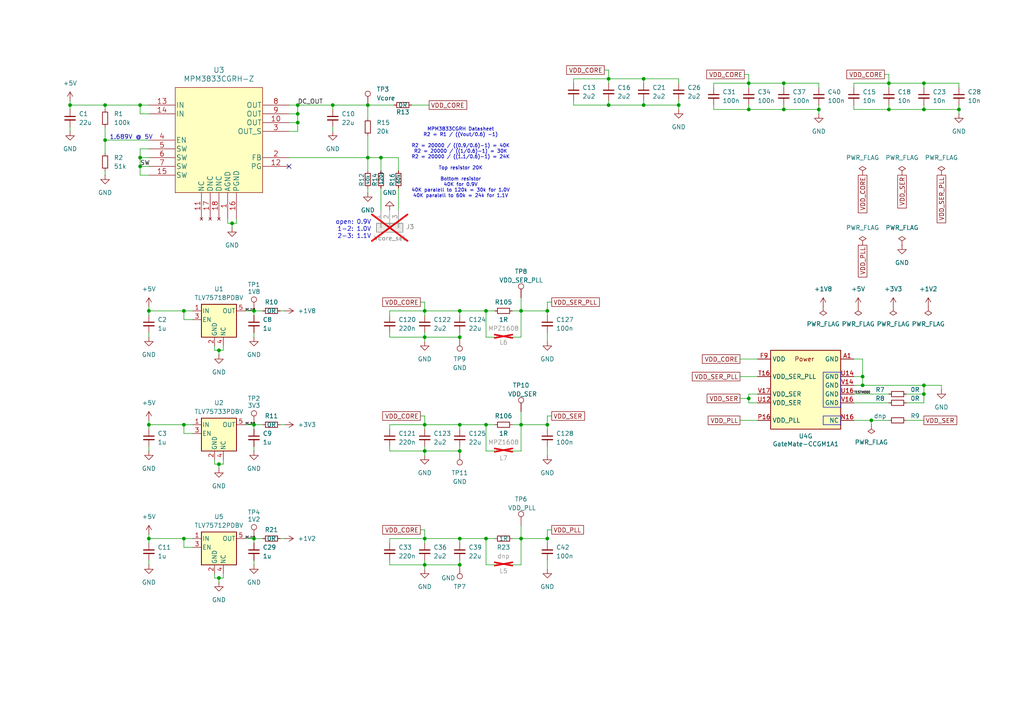
<source format=kicad_sch>
(kicad_sch (version 20250114) (generator "eeschema") (generator_version "9.0")
  (paper "A4")
  (title_block (title "${project_name}") (date "2025-06-24") (rev "${project_version}") (company "${project_creator}") (comment 1 "${project_license}"))
  (rectangle (start 238.76 120.65) (end 243.84 123.19))
  (rectangle (start 238.76 107.95) (end 243.84 118.11))
  (text "MPM3833CGRH Datasheet\nR2 = R1 / ((Vout/0.6) -1)\n\nR2 = 20000 / ((0.9/0.6)-1) = 40K\nR2 = 20000 / ((1/0.6)-1) = 30K\nR2 = 20000 / ((1.1/0.6)-1) = 24K\n\nTop resistor 20K\n\nBottom resistor\n40K for 0.9V\n40K paralell to 120k = 30k for 1.0V\n40K paralell to 60k = 24k for 1.1V" (at 133.604 47.244 0) (effects (font (size 1 1))))
  (text "open: 0.9V\n 1-2: 1.0V\n 2-3: 1.1V" (at 107.696 69.342 0) (effects (font (size 1.27 1.27)) (justify right bottom)))
  (text "1.689V @ 5V" (at 31.75 40.64 0) (effects (font (size 1.27 1.27)) (justify left bottom)))
  (junction (at 123.19 130.81))
  (junction (at 133.35 156.21))
  (junction (at 43.18 156.21))
  (junction (at 133.35 90.17))
  (junction (at 123.19 156.21))
  (junction (at 86.36 35.56))
  (junction (at 176.53 30.48))
  (junction (at 140.97 90.17))
  (junction (at 63.5 134.62))
  (junction (at 43.18 90.17))
  (junction (at 40.64 45.72))
  (junction (at 86.36 30.48))
  (junction (at 267.97 114.3))
  (junction (at 43.18 123.19))
  (junction (at 133.35 123.19))
  (junction (at 186.69 22.86))
  (junction (at 158.75 156.21))
  (junction (at 20.32 30.48))
  (junction (at 186.69 30.48))
  (junction (at 40.64 48.26))
  (junction (at 278.13 31.75))
  (junction (at 217.17 24.13))
  (junction (at 151.13 90.17))
  (junction (at 196.85 30.48))
  (junction (at 267.97 31.75))
  (junction (at 73.66 90.17))
  (junction (at 217.17 115.57))
  (junction (at 250.19 111.76))
  (junction (at 267.97 111.76))
  (junction (at 106.68 45.72))
  (junction (at 252.73 121.92))
  (junction (at 123.19 123.19))
  (junction (at 257.81 24.13))
  (junction (at 96.52 30.48))
  (junction (at 86.36 33.02))
  (junction (at 63.5 167.64))
  (junction (at 40.64 30.48))
  (junction (at 123.19 163.83))
  (junction (at 140.97 156.21))
  (junction (at 151.13 123.19))
  (junction (at 30.48 30.48))
  (junction (at 63.5 101.6))
  (junction (at 73.66 123.19))
  (junction (at 133.35 163.83))
  (junction (at 123.19 97.79))
  (junction (at 110.49 45.72))
  (junction (at 123.19 90.17))
  (junction (at 133.35 130.81))
  (junction (at 67.31 64.77))
  (junction (at 140.97 123.19))
  (junction (at 53.34 123.19))
  (junction (at 158.75 90.17))
  (junction (at 53.34 156.21))
  (junction (at 267.97 24.13))
  (junction (at 151.13 156.21))
  (junction (at 73.66 156.21))
  (junction (at 237.49 31.75))
  (junction (at 158.75 123.19))
  (junction (at 227.33 31.75))
  (junction (at 176.53 22.86))
  (junction (at 106.68 30.48))
  (junction (at 250.19 109.22))
  (junction (at 217.17 31.75))
  (junction (at 257.81 31.75))
  (junction (at 30.48 40.64))
  (junction (at 53.34 90.17))
  (junction (at 133.35 97.79))
  (junction (at 227.33 24.13))
  (no_connect (at 83.82 48.26))
  (wire (pts (xy 81.28 90.17) (xy 82.55 90.17)))
  (wire (pts (xy 30.48 40.64) (xy 30.48 44.45)))
  (wire (pts (xy 123.19 123.19) (xy 113.03 123.19)))
  (wire (pts (xy 278.13 25.4) (xy 278.13 24.13)))
  (wire (pts (xy 186.69 22.86) (xy 186.69 24.13)))
  (wire (pts (xy 133.35 130.81) (xy 123.19 130.81)))
  (wire (pts (xy 66.04 63.5) (xy 66.04 64.77)))
  (wire (pts (xy 53.34 156.21) (xy 55.88 156.21)))
  (wire (pts (xy 237.49 25.4) (xy 237.49 24.13)))
  (wire (pts (xy 63.5 134.62) (xy 63.5 135.89)))
  (wire (pts (xy 40.64 48.26) (xy 40.64 50.8)))
  (wire (pts (xy 123.19 97.79) (xy 113.03 97.79)))
  (wire (pts (xy 53.34 123.19) (xy 55.88 123.19)))
  (wire (pts (xy 257.81 24.13) (xy 267.97 24.13)))
  (wire (pts (xy 113.03 96.52) (xy 113.03 97.79)))
  (wire (pts (xy 148.59 97.79) (xy 151.13 97.79)))
  (wire (pts (xy 20.32 30.48) (xy 20.32 31.75)))
  (wire (pts (xy 55.88 92.71) (xy 53.34 92.71)))
  (wire (pts (xy 267.97 111.76) (xy 273.05 111.76)))
  (wire (pts (xy 217.17 31.75) (xy 207.01 31.75)))
  (wire (pts (xy 151.13 123.19) (xy 158.75 123.19)))
  (wire (pts (xy 133.35 97.79) (xy 123.19 97.79)))
  (wire (pts (xy 63.5 134.62) (xy 64.77 134.62)))
  (wire (pts (xy 123.19 156.21) (xy 123.19 153.67)))
  (wire (pts (xy 133.35 130.81) (xy 133.35 129.54)))
  (wire (pts (xy 62.23 134.62) (xy 63.5 134.62)))
  (wire (pts (xy 214.63 115.57) (xy 217.17 115.57)))
  (wire (pts (xy 123.19 130.81) (xy 113.03 130.81)))
  (wire (pts (xy 262.89 116.84) (xy 267.97 116.84)))
  (wire (pts (xy 62.23 167.64) (xy 63.5 167.64)))
  (wire (pts (xy 86.36 30.48) (xy 96.52 30.48)))
  (wire (pts (xy 40.64 45.72) (xy 40.64 48.26)))
  (wire (pts (xy 43.18 162.56) (xy 43.18 163.83)))
  (wire (pts (xy 267.97 111.76) (xy 267.97 114.3)))
  (wire (pts (xy 62.23 133.35) (xy 62.23 134.62)))
  (wire (pts (xy 86.36 35.56) (xy 86.36 38.1)))
  (wire (pts (xy 43.18 154.94) (xy 43.18 156.21)))
  (wire (pts (xy 53.34 123.19) (xy 43.18 123.19)))
  (wire (pts (xy 83.82 35.56) (xy 86.36 35.56)))
  (wire (pts (xy 151.13 90.17) (xy 158.75 90.17)))
  (wire (pts (xy 227.33 24.13) (xy 237.49 24.13)))
  (wire (pts (xy 86.36 38.1) (xy 83.82 38.1)))
  (wire (pts (xy 176.53 22.86) (xy 186.69 22.86)))
  (wire (pts (xy 20.32 29.21) (xy 20.32 30.48)))
  (wire (pts (xy 123.19 163.83) (xy 113.03 163.83)))
  (wire (pts (xy 113.03 129.54) (xy 113.03 130.81)))
  (wire (pts (xy 81.28 123.19) (xy 82.55 123.19)))
  (wire (pts (xy 166.37 30.48) (xy 166.37 29.21)))
  (wire (pts (xy 247.65 31.75) (xy 247.65 30.48)))
  (wire (pts (xy 227.33 31.75) (xy 217.17 31.75)))
  (wire (pts (xy 86.36 30.48) (xy 86.36 33.02)))
  (wire (pts (xy 148.59 156.21) (xy 151.13 156.21)))
  (wire (pts (xy 123.19 163.83) (xy 123.19 162.56)))
  (wire (pts (xy 158.75 96.52) (xy 158.75 99.06)))
  (wire (pts (xy 217.17 116.84) (xy 219.71 116.84)))
  (wire (pts (xy 148.59 130.81) (xy 151.13 130.81)))
  (wire (pts (xy 214.63 104.14) (xy 219.71 104.14)))
  (wire (pts (xy 53.34 158.75) (xy 53.34 156.21)))
  (wire (pts (xy 207.01 25.4) (xy 207.01 24.13)))
  (wire (pts (xy 217.17 24.13) (xy 227.33 24.13)))
  (wire (pts (xy 158.75 157.48) (xy 158.75 156.21)))
  (wire (pts (xy 30.48 30.48) (xy 40.64 30.48)))
  (wire (pts (xy 250.19 109.22) (xy 250.19 111.76)))
  (wire (pts (xy 43.18 40.64) (xy 30.48 40.64)))
  (wire (pts (xy 30.48 30.48) (xy 30.48 31.75)))
  (wire (pts (xy 67.31 64.77) (xy 67.31 66.04)))
  (wire (pts (xy 43.18 121.92) (xy 43.18 123.19)))
  (wire (pts (xy 267.97 24.13) (xy 267.97 25.4)))
  (wire (pts (xy 186.69 30.48) (xy 176.53 30.48)))
  (wire (pts (xy 123.19 97.79) (xy 123.19 99.06)))
  (wire (pts (xy 257.81 31.75) (xy 247.65 31.75)))
  (wire (pts (xy 123.19 90.17) (xy 113.03 90.17)))
  (wire (pts (xy 247.65 25.4) (xy 247.65 24.13)))
  (wire (pts (xy 106.68 30.48) (xy 106.68 34.29)))
  (wire (pts (xy 53.34 125.73) (xy 53.34 123.19)))
  (wire (pts (xy 219.71 114.3) (xy 217.17 114.3)))
  (wire (pts (xy 247.65 109.22) (xy 250.19 109.22)))
  (wire (pts (xy 140.97 90.17) (xy 140.97 97.79)))
  (wire (pts (xy 262.89 121.92) (xy 267.97 121.92)))
  (wire (pts (xy 158.75 87.63) (xy 158.75 90.17)))
  (wire (pts (xy 106.68 45.72) (xy 106.68 49.53)))
  (wire (pts (xy 110.49 45.72) (xy 110.49 49.53)))
  (wire (pts (xy 133.35 156.21) (xy 140.97 156.21)))
  (wire (pts (xy 133.35 97.79) (xy 133.35 96.52)))
  (wire (pts (xy 196.85 29.21) (xy 196.85 30.48)))
  (wire (pts (xy 158.75 87.63) (xy 160.02 87.63)))
  (wire (pts (xy 73.66 90.17) (xy 76.2 90.17)))
  (wire (pts (xy 158.75 162.56) (xy 158.75 165.1)))
  (wire (pts (xy 83.82 30.48) (xy 86.36 30.48)))
  (wire (pts (xy 151.13 130.81) (xy 151.13 123.19)))
  (wire (pts (xy 247.65 114.3) (xy 257.81 114.3)))
  (wire (pts (xy 53.34 92.71) (xy 53.34 90.17)))
  (wire (pts (xy 151.13 97.79) (xy 151.13 90.17)))
  (wire (pts (xy 207.01 24.13) (xy 217.17 24.13)))
  (wire (pts (xy 217.17 24.13) (xy 217.17 25.4)))
  (wire (pts (xy 217.17 24.13) (xy 217.17 21.59)))
  (wire (pts (xy 133.35 90.17) (xy 133.35 91.44)))
  (wire (pts (xy 73.66 97.79) (xy 73.66 96.52)))
  (wire (pts (xy 158.75 91.44) (xy 158.75 90.17)))
  (wire (pts (xy 62.23 166.37) (xy 62.23 167.64)))
  (wire (pts (xy 278.13 31.75) (xy 278.13 30.48)))
  (wire (pts (xy 133.35 123.19) (xy 140.97 123.19)))
  (wire (pts (xy 67.31 64.77) (xy 68.58 64.77)))
  (wire (pts (xy 71.12 156.21) (xy 73.66 156.21)))
  (wire (pts (xy 175.26 20.32) (xy 176.53 20.32)))
  (wire (pts (xy 63.5 167.64) (xy 64.77 167.64)))
  (wire (pts (xy 247.65 24.13) (xy 257.81 24.13)))
  (wire (pts (xy 40.64 33.02) (xy 40.64 30.48)))
  (wire (pts (xy 217.17 31.75) (xy 217.17 30.48)))
  (wire (pts (xy 267.97 31.75) (xy 278.13 31.75)))
  (wire (pts (xy 250.19 111.76) (xy 267.97 111.76)))
  (wire (pts (xy 247.65 111.76) (xy 250.19 111.76)))
  (wire (pts (xy 158.75 153.67) (xy 160.02 153.67)))
  (wire (pts (xy 267.97 24.13) (xy 278.13 24.13)))
  (wire (pts (xy 176.53 22.86) (xy 176.53 20.32)))
  (wire (pts (xy 151.13 156.21) (xy 158.75 156.21)))
  (wire (pts (xy 53.34 156.21) (xy 43.18 156.21)))
  (wire (pts (xy 43.18 90.17) (xy 43.18 91.44)))
  (wire (pts (xy 217.17 114.3) (xy 217.17 115.57)))
  (wire (pts (xy 43.18 43.18) (xy 40.64 43.18)))
  (wire (pts (xy 110.49 45.72) (xy 115.57 45.72)))
  (wire (pts (xy 196.85 30.48) (xy 196.85 31.75)))
  (wire (pts (xy 123.19 123.19) (xy 123.19 120.65)))
  (wire (pts (xy 257.81 24.13) (xy 257.81 25.4)))
  (wire (pts (xy 214.63 121.92) (xy 219.71 121.92)))
  (wire (pts (xy 96.52 30.48) (xy 106.68 30.48)))
  (wire (pts (xy 133.35 156.21) (xy 123.19 156.21)))
  (wire (pts (xy 262.89 114.3) (xy 267.97 114.3)))
  (wire (pts (xy 151.13 90.17) (xy 148.59 90.17)))
  (wire (pts (xy 30.48 49.53) (xy 30.48 50.8)))
  (wire (pts (xy 158.75 120.65) (xy 158.75 123.19)))
  (wire (pts (xy 158.75 120.65) (xy 160.02 120.65)))
  (wire (pts (xy 63.5 101.6) (xy 64.77 101.6)))
  (wire (pts (xy 247.65 104.14) (xy 250.19 104.14)))
  (wire (pts (xy 267.97 30.48) (xy 267.97 31.75)))
  (wire (pts (xy 40.64 50.8) (xy 43.18 50.8)))
  (wire (pts (xy 166.37 22.86) (xy 176.53 22.86)))
  (wire (pts (xy 267.97 31.75) (xy 257.81 31.75)))
  (wire (pts (xy 123.19 123.19) (xy 123.19 124.46)))
  (wire (pts (xy 64.77 167.64) (xy 64.77 166.37)))
  (wire (pts (xy 71.12 90.17) (xy 73.66 90.17)))
  (wire (pts (xy 237.49 31.75) (xy 237.49 33.02)))
  (wire (pts (xy 71.12 123.19) (xy 73.66 123.19)))
  (wire (pts (xy 256.54 21.59) (xy 257.81 21.59)))
  (wire (pts (xy 214.63 109.22) (xy 219.71 109.22)))
  (wire (pts (xy 123.19 90.17) (xy 123.19 87.63)))
  (wire (pts (xy 121.92 120.65) (xy 123.19 120.65)))
  (wire (pts (xy 133.35 90.17) (xy 123.19 90.17)))
  (wire (pts (xy 43.18 96.52) (xy 43.18 97.79)))
  (wire (pts (xy 247.65 121.92) (xy 252.73 121.92)))
  (wire (pts (xy 73.66 123.19) (xy 76.2 123.19)))
  (wire (pts (xy 113.03 156.21) (xy 113.03 157.48)))
  (wire (pts (xy 121.92 153.67) (xy 123.19 153.67)))
  (wire (pts (xy 83.82 33.02) (xy 86.36 33.02)))
  (wire (pts (xy 106.68 30.48) (xy 114.3 30.48)))
  (wire (pts (xy 20.32 36.83) (xy 20.32 38.1)))
  (wire (pts (xy 140.97 130.81) (xy 143.51 130.81)))
  (wire (pts (xy 68.58 63.5) (xy 68.58 64.77)))
  (wire (pts (xy 83.82 45.72) (xy 106.68 45.72)))
  (wire (pts (xy 133.35 123.19) (xy 123.19 123.19)))
  (wire (pts (xy 115.57 54.61) (xy 115.57 60.96)))
  (wire (pts (xy 96.52 36.83) (xy 96.52 38.1)))
  (wire (pts (xy 227.33 24.13) (xy 227.33 25.4)))
  (wire (pts (xy 257.81 24.13) (xy 257.81 21.59)))
  (wire (pts (xy 186.69 29.21) (xy 186.69 30.48)))
  (wire (pts (xy 73.66 163.83) (xy 73.66 162.56)))
  (wire (pts (xy 86.36 33.02) (xy 86.36 35.56)))
  (wire (pts (xy 43.18 123.19) (xy 43.18 124.46)))
  (wire (pts (xy 73.66 123.19) (xy 73.66 124.46)))
  (wire (pts (xy 273.05 111.76) (xy 273.05 113.03)))
  (wire (pts (xy 158.75 124.46) (xy 158.75 123.19)))
  (wire (pts (xy 62.23 101.6) (xy 63.5 101.6)))
  (wire (pts (xy 96.52 30.48) (xy 96.52 31.75)))
  (wire (pts (xy 123.19 156.21) (xy 123.19 157.48)))
  (wire (pts (xy 148.59 163.83) (xy 151.13 163.83)))
  (wire (pts (xy 151.13 86.36) (xy 151.13 90.17)))
  (wire (pts (xy 186.69 22.86) (xy 196.85 22.86)))
  (wire (pts (xy 123.19 90.17) (xy 123.19 91.44)))
  (wire (pts (xy 62.23 100.33) (xy 62.23 101.6)))
  (wire (pts (xy 133.35 163.83) (xy 133.35 162.56)))
  (wire (pts (xy 73.66 90.17) (xy 73.66 91.44)))
  (wire (pts (xy 81.28 156.21) (xy 82.55 156.21)))
  (wire (pts (xy 140.97 156.21) (xy 140.97 163.83)))
  (wire (pts (xy 20.32 30.48) (xy 30.48 30.48)))
  (wire (pts (xy 43.18 88.9) (xy 43.18 90.17)))
  (wire (pts (xy 40.64 48.26) (xy 43.18 48.26)))
  (wire (pts (xy 176.53 22.86) (xy 176.53 24.13)))
  (wire (pts (xy 207.01 31.75) (xy 207.01 30.48)))
  (wire (pts (xy 140.97 90.17) (xy 143.51 90.17)))
  (wire (pts (xy 63.5 101.6) (xy 63.5 102.87)))
  (wire (pts (xy 278.13 31.75) (xy 278.13 33.02)))
  (wire (pts (xy 151.13 152.4) (xy 151.13 156.21)))
  (wire (pts (xy 133.35 156.21) (xy 133.35 157.48)))
  (wire (pts (xy 64.77 101.6) (xy 64.77 100.33)))
  (wire (pts (xy 267.97 114.3) (xy 267.97 116.84)))
  (wire (pts (xy 40.64 30.48) (xy 43.18 30.48)))
  (wire (pts (xy 73.66 156.21) (xy 76.2 156.21)))
  (wire (pts (xy 196.85 24.13) (xy 196.85 22.86)))
  (wire (pts (xy 247.65 116.84) (xy 257.81 116.84)))
  (wire (pts (xy 64.77 134.62) (xy 64.77 133.35)))
  (wire (pts (xy 55.88 158.75) (xy 53.34 158.75)))
  (wire (pts (xy 158.75 153.67) (xy 158.75 156.21)))
  (wire (pts (xy 73.66 156.21) (xy 73.66 157.48)))
  (wire (pts (xy 140.97 123.19) (xy 140.97 130.81)))
  (wire (pts (xy 55.88 125.73) (xy 53.34 125.73)))
  (wire (pts (xy 119.38 30.48) (xy 124.46 30.48)))
  (wire (pts (xy 252.73 121.92) (xy 257.81 121.92)))
  (wire (pts (xy 257.81 31.75) (xy 257.81 30.48)))
  (wire (pts (xy 123.19 163.83) (xy 123.19 165.1)))
  (wire (pts (xy 43.18 33.02) (xy 40.64 33.02)))
  (wire (pts (xy 113.03 162.56) (xy 113.03 163.83)))
  (wire (pts (xy 106.68 45.72) (xy 110.49 45.72)))
  (wire (pts (xy 121.92 87.63) (xy 123.19 87.63)))
  (wire (pts (xy 106.68 54.61) (xy 106.68 55.88)))
  (wire (pts (xy 217.17 115.57) (xy 217.17 116.84)))
  (wire (pts (xy 123.19 156.21) (xy 113.03 156.21)))
  (wire (pts (xy 113.03 123.19) (xy 113.03 124.46)))
  (wire (pts (xy 30.48 36.83) (xy 30.48 40.64)))
  (wire (pts (xy 140.97 123.19) (xy 143.51 123.19)))
  (wire (pts (xy 227.33 31.75) (xy 237.49 31.75)))
  (wire (pts (xy 227.33 30.48) (xy 227.33 31.75)))
  (wire (pts (xy 140.97 163.83) (xy 143.51 163.83)))
  (wire (pts (xy 123.19 130.81) (xy 123.19 129.54)))
  (wire (pts (xy 215.9 21.59) (xy 217.17 21.59)))
  (wire (pts (xy 140.97 156.21) (xy 143.51 156.21)))
  (wire (pts (xy 73.66 129.54) (xy 73.66 130.81)))
  (wire (pts (xy 166.37 24.13) (xy 166.37 22.86)))
  (wire (pts (xy 237.49 31.75) (xy 237.49 30.48)))
  (wire (pts (xy 63.5 167.64) (xy 63.5 168.91)))
  (wire (pts (xy 133.35 123.19) (xy 133.35 124.46)))
  (wire (pts (xy 176.53 30.48) (xy 166.37 30.48)))
  (wire (pts (xy 113.03 90.17) (xy 113.03 91.44)))
  (wire (pts (xy 151.13 156.21) (xy 151.13 163.83)))
  (wire (pts (xy 43.18 129.54) (xy 43.18 130.81)))
  (wire (pts (xy 123.19 130.81) (xy 123.19 132.08)))
  (wire (pts (xy 115.57 45.72) (xy 115.57 49.53)))
  (wire (pts (xy 140.97 97.79) (xy 143.51 97.79)))
  (wire (pts (xy 106.68 39.37) (xy 106.68 45.72)))
  (wire (pts (xy 158.75 129.54) (xy 158.75 132.08)))
  (wire (pts (xy 110.49 54.61) (xy 110.49 60.96)))
  (wire (pts (xy 43.18 156.21) (xy 43.18 157.48)))
  (wire (pts (xy 66.04 64.77) (xy 67.31 64.77)))
  (wire (pts (xy 40.64 43.18) (xy 40.64 45.72)))
  (wire (pts (xy 123.19 97.79) (xy 123.19 96.52)))
  (wire (pts (xy 53.34 90.17) (xy 55.88 90.17)))
  (wire (pts (xy 151.13 119.38) (xy 151.13 123.19)))
  (wire (pts (xy 176.53 29.21) (xy 176.53 30.48)))
  (wire (pts (xy 133.35 90.17) (xy 140.97 90.17)))
  (wire (pts (xy 186.69 30.48) (xy 196.85 30.48)))
  (wire (pts (xy 40.64 45.72) (xy 43.18 45.72)))
  (wire (pts (xy 250.19 104.14) (xy 250.19 109.22)))
  (wire (pts (xy 133.35 163.83) (xy 123.19 163.83)))
  (wire (pts (xy 148.59 123.19) (xy 151.13 123.19)))
  (wire (pts (xy 252.73 121.92) (xy 252.73 123.19)))
  (wire (pts (xy 53.34 90.17) (xy 43.18 90.17)))
  (label "DC_OUT" (at 86.36 30.48 0))
  (label "SW" (at 40.64 48.26 0))
  (label "DC_3V3" (at 71.12 123.19 0) (effects (font (size 0.508 0.508))))
  (label "TESTMODE" (at 247.65 114.3 0) (effects (font (size 0.635 0.635))))
  (label "DC_1V8" (at 71.12 90.17 0) (effects (font (size 0.508 0.508))))
  (label "DC_1V2" (at 71.12 156.21 0) (effects (font (size 0.508 0.508))))
  (global_label "VDD_CORE" (shape passive) (at 121.92 120.65 180) (property "Intersheetrefs" "${INTERSHEET_REFS}" (effects (hide yes))))
  (global_label "VDD_CORE" (shape passive) (at 175.26 20.32 180) (property "Intersheetrefs" "${INTERSHEET_REFS}" (effects (hide yes))))
  (global_label "VDD_CORE" (shape passive) (at 121.92 153.67 180) (property "Intersheetrefs" "${INTERSHEET_REFS}" (effects (hide yes))))
  (global_label "VDD_PLL" (shape passive) (at 214.63 121.92 180) (property "Intersheetrefs" "${INTERSHEET_REFS}" (effects (hide yes))))
  (global_label "VDD_SER_PLL" (shape passive) (at 214.63 109.22 180) (property "Intersheetrefs" "${INTERSHEET_REFS}" (effects (hide yes))))
  (global_label "VDD_CORE" (shape passive) (at 121.92 87.63 180) (property "Intersheetrefs" "${INTERSHEET_REFS}" (effects (hide yes))))
  (global_label "VDD_SER" (shape passive) (at 214.63 115.57 180) (property "Intersheetrefs" "${INTERSHEET_REFS}" (effects (hide yes))))
  (global_label "VDD_SER" (shape passive) (at 160.02 120.65 0) (property "Intersheetrefs" "${INTERSHEET_REFS}" (effects (hide yes))))
  (global_label "VDD_SER" (shape passive) (at 261.62 50.8 270) (property "Intersheetrefs" "${INTERSHEET_REFS}" (effects (hide yes))))
  (global_label "VDD_CORE" (shape passive) (at 250.19 50.8 270) (property "Intersheetrefs" "${INTERSHEET_REFS}" (effects (hide yes))))
  (global_label "VDD_CORE" (shape passive) (at 256.54 21.59 180) (property "Intersheetrefs" "${INTERSHEET_REFS}" (effects (hide yes))))
  (global_label "VDD_CORE" (shape passive) (at 124.46 30.48 0) (property "Intersheetrefs" "${INTERSHEET_REFS}" (effects (hide yes))))
  (global_label "VDD_PLL" (shape passive) (at 250.19 71.12 270) (property "Intersheetrefs" "${INTERSHEET_REFS}" (effects (hide yes))))
  (global_label "VDD_CORE" (shape passive) (at 214.63 104.14 180) (property "Intersheetrefs" "${INTERSHEET_REFS}" (effects (hide yes))))
  (global_label "VDD_SER" (shape passive) (at 267.97 121.92 0) (property "Intersheetrefs" "${INTERSHEET_REFS}" (effects (hide yes))))
  (global_label "VDD_SER_PLL" (shape passive) (at 160.02 87.63 0) (property "Intersheetrefs" "${INTERSHEET_REFS}" (effects (hide yes))))
  (global_label "VDD_PLL" (shape passive) (at 160.02 153.67 0) (property "Intersheetrefs" "${INTERSHEET_REFS}" (effects (hide yes))))
  (global_label "VDD_SER_PLL" (shape passive) (at 273.05 50.8 270) (property "Intersheetrefs" "${INTERSHEET_REFS}" (effects (hide yes))))
  (global_label "VDD_CORE" (shape passive) (at 215.9 21.59 180) (property "Intersheetrefs" "${INTERSHEET_REFS}" (effects (hide yes))))
  (symbol (lib_id "Device:C_Small") (at 73.66 127 0) (unit 1)
    (property "Reference" "C9" (at 76.2 125.7363 0) (effects (justify left)))
    (property "Value" "1u" (at 76.2 128.2763 0) (effects (justify left)))
    (property "Footprint" "Capacitor_SMD:C_0603_1608Metric" (effects (hide yes)))
  )
  (symbol (lib_id "power:GND") (at 196.85 31.75 0) (unit 1)
    (property "Reference" "#PWR041" (effects (hide yes)))
    (property "Value" "GND" (at 196.85 36.83 0))
    (property "Description" "Power symbol creates a global label with name \"GND\" , ground" (effects (hide yes)))
  )
  (symbol (lib_id "power:GND") (at 63.5 135.89 0) (unit 1)
    (property "Reference" "#PWR020" (effects (hide yes)))
    (property "Value" "GND" (at 63.5 140.97 0))
    (property "Description" "Power symbol creates a global label with name \"GND\" , ground" (effects (hide yes)))
  )
  (symbol (lib_id "power:PWR_FLAG") (at 261.62 71.12 0) (unit 1)
    (property "Reference" "#FLG07" (effects (hide yes)))
    (property "Value" "PWR_FLAG" (at 261.62 66.04 0))
    (property "Description" "Special symbol for telling ERC where power comes from" (effects (hide yes)))
  )
  (symbol (lib_id "Connector:TestPoint") (at 133.35 130.81 180) (unit 1) (in_bom no)
    (property "Reference" "TP11" (at 133.35 137.16 0))
    (property "Value" "GND" (at 133.35 139.7 0))
    (property "Footprint" "TestPoint:TestPoint_Pad_D1.0mm" (effects (hide yes)))
    (property "Description" "test point" (effects (hide yes)))
  )
  (symbol (lib_id "power:+1V8") (at 82.55 90.17 270) (unit 1)
    (property "Reference" "#PWR027" (effects (hide yes)))
    (property "Value" "+1V8" (at 86.36 90.1699 90) (effects (justify left)))
    (property "Description" "Power symbol creates a global label with name \"+1V8\"" (effects (hide yes)))
  )
  (symbol (lib_id "Regulator_Linear:TLV75718PDBV") (at 63.5 92.71 0) (unit 1)
    (property "Reference" "U1" (at 63.5 83.82 0))
    (property "Value" "TLV75718PDBV" (at 63.5 86.36 0))
    (property "Footprint" "Package_TO_SOT_SMD:SOT-23-5" (effects (hide yes)))
    (property "Datasheet" "https://www.ti.com/lit/ds/symlink/tlv757p.pdf" (effects (hide yes)))
    (property "Description" "1A Low IQ Small Size Low Dropout Voltage Regulator, Fixed Output 1.8V, SOT-23-5" (effects (hide yes)))
  )
  (symbol (lib_id "Device:R_Small") (at 146.05 123.19 90) (unit 1)
    (property "Reference" "R106" (at 146.05 120.65 90))
    (property "Value" "1R" (at 146.05 125.73 90))
    (property "Footprint" "Resistor_SMD:R_0603_1608Metric" (effects (hide yes)))
    (property "Description" "Resistor, small symbol" (effects (hide yes)))
  )
  (symbol (lib_id "Device:C_Small") (at 257.81 27.94 0) (unit 1)
    (property "Reference" "C18" (at 260.35 26.6763 0) (effects (justify left)))
    (property "Value" "10n" (at 260.35 29.2163 0) (effects (justify left)))
    (property "Footprint" "Capacitor_SMD:C_0402_1005Metric" (effects (hide yes)))
  )
  (symbol (lib_id "Device:R_Small") (at 30.48 46.99 0) (unit 1)
    (property "Reference" "R2" (at 33.02 45.72 0) (effects (justify left)))
    (property "Value" "51k" (at 33.02 48.26 0) (effects (justify left)))
    (property "Footprint" "Resistor_SMD:R_0402_1005Metric" (effects (hide yes)))
    (property "Description" "Resistor, small symbol" (effects (hide yes)))
  )
  (symbol (lib_id "Device:C_Small") (at 43.18 93.98 0) (unit 1)
    (property "Reference" "C2" (at 45.72 92.7163 0) (effects (justify left)))
    (property "Value" "1u" (at 45.72 95.2563 0) (effects (justify left)))
    (property "Footprint" "Capacitor_SMD:C_0603_1608Metric" (effects (hide yes)))
  )
  (symbol (lib_id "Device:R_Small") (at 30.48 34.29 0) (unit 1)
    (property "Reference" "R1" (at 33.02 33.02 0) (effects (justify left)))
    (property "Value" "100k" (at 33.02 35.56 0) (effects (justify left)))
    (property "Footprint" "Resistor_SMD:R_0402_1005Metric" (effects (hide yes)))
    (property "Description" "Resistor, small symbol" (effects (hide yes)))
  )
  (symbol (lib_id "Device:C_Small") (at 133.35 93.98 0) (unit 1)
    (property "Reference" "C124" (at 135.89 92.7163 0) (effects (justify left)))
    (property "Value" "22u" (at 135.89 95.2563 0) (effects (justify left)))
    (property "Footprint" "Capacitor_SMD:C_0402_1005Metric" (effects (hide yes)))
  )
  (symbol (lib_id "Device:R_Small") (at 78.74 90.17 90) (unit 1)
    (property "Reference" "R10" (at 78.74 87.63 90))
    (property "Value" "0R" (at 78.74 90.17 90))
    (property "Footprint" "Resistor_SMD:R_0805_2012Metric" (effects (hide yes)))
    (property "Description" "Resistor, small symbol" (effects (hide yes)))
  )
  (symbol (lib_id "Device:C_Small") (at 207.01 27.94 0) (unit 1)
    (property "Reference" "C31" (at 209.55 26.6763 0) (effects (justify left)))
    (property "Value" "100n" (at 209.55 29.2163 0) (effects (justify left)))
    (property "Footprint" "Capacitor_SMD:C_0402_1005Metric" (effects (hide yes)))
  )
  (symbol (lib_id "power:GND") (at 261.62 71.12 0) (unit 1)
    (property "Reference" "#PWR083" (effects (hide yes)))
    (property "Value" "GND" (at 261.62 76.2 0))
    (property "Description" "Power symbol creates a global label with name \"GND\" , ground" (effects (hide yes)))
  )
  (symbol (lib_id "Device:L_Small") (at 146.05 97.79 90) (unit 1) (exclude_from_sim yes) (in_bom no) (on_board no) (dnp yes)
    (property "Reference" "L6" (at 146.05 99.314 90))
    (property "Value" "MPZ1608" (at 146.05 95.25 90))
    (property "Footprint" "Inductor_SMD:L_0603_1608Metric" (effects (hide yes)))
  )
  (symbol (lib_id "power:PWR_FLAG") (at 259.08 88.9 180) (unit 1)
    (property "Reference" "#FLG09" (effects (hide yes)))
    (property "Value" "PWR_FLAG" (at 259.08 93.98 0))
    (property "Description" "Special symbol for telling ERC where power comes from" (effects (hide yes)))
  )
  (symbol (lib_id "Connector:TestPoint") (at 73.66 156.21 0) (unit 1) (in_bom no)
    (property "Reference" "TP4" (at 73.66 148.59 0))
    (property "Value" "1V2" (at 73.66 150.622 0))
    (property "Footprint" "TestPoint:TestPoint_Pad_D1.0mm" (effects (hide yes)))
  )
  (symbol (lib_id "power:PWR_FLAG") (at 261.62 50.8 0) (unit 1)
    (property "Reference" "#FLG04" (effects (hide yes)))
    (property "Value" "PWR_FLAG" (at 261.62 45.72 0))
    (property "Description" "Special symbol for telling ERC where power comes from" (effects (hide yes)))
  )
  (symbol (lib_id "Device:C_Small") (at 113.03 160.02 0) (unit 1)
    (property "Reference" "C33" (at 115.57 158.7563 0) (effects (justify left)))
    (property "Value" "220n" (at 115.57 161.2963 0) (effects (justify left)))
    (property "Footprint" "Capacitor_SMD:C_0402_1005Metric" (effects (hide yes)))
  )
  (symbol (lib_id "power:+5V") (at 43.18 154.94 0) (unit 1)
    (property "Reference" "#PWR031" (effects (hide yes)))
    (property "Value" "+5V" (at 43.18 149.86 0))
    (property "Description" "Power symbol creates a global label with name \"+5V\"" (effects (hide yes)))
  )
  (symbol (lib_id "power:+1V8") (at 238.76 88.9 0) (unit 1)
    (property "Reference" "#PWR071" (effects (hide yes)))
    (property "Value" "+1V8" (at 238.76 83.82 0))
    (property "Description" "Power symbol creates a global label with name \"+1V8\"" (effects (hide yes)))
  )
  (symbol (lib_id "power:PWR_FLAG") (at 250.19 50.8 0) (unit 1)
    (property "Reference" "#FLG03" (effects (hide yes)))
    (property "Value" "PWR_FLAG" (at 250.19 45.72 0))
    (property "Description" "Special symbol for telling ERC where power comes from" (effects (hide yes)))
  )
  (symbol (lib_id "Device:C_Small") (at 96.52 34.29 0) (unit 1)
    (property "Reference" "C10" (at 99.06 33.0263 0) (effects (justify left)))
    (property "Value" "22u" (at 99.06 35.5663 0) (effects (justify left)))
    (property "Footprint" "Capacitor_SMD:C_0805_2012Metric" (effects (hide yes)))
  )
  (symbol (lib_id "Regulator_Linear:TLV75712PDBV") (at 63.5 158.75 0) (unit 1)
    (property "Reference" "U5" (at 63.5 149.86 0))
    (property "Value" "TLV75712PDBV" (at 63.5 152.4 0))
    (property "Footprint" "Package_TO_SOT_SMD:SOT-23-5" (effects (hide yes)))
    (property "Datasheet" "https://www.ti.com/lit/ds/symlink/tlv757p.pdf" (effects (hide yes)))
    (property "Description" "1A Low IQ Small Size Low Dropout Voltage Regulator, Fixed Output 1.2V, SOT-23-5" (effects (hide yes)))
  )
  (symbol (lib_id "Device:R_Small") (at 116.84 30.48 90) (unit 1)
    (property "Reference" "R13" (at 116.84 32.512 90))
    (property "Value" "0R" (at 116.84 30.48 90))
    (property "Footprint" "Resistor_SMD:R_0805_2012Metric" (effects (hide yes)))
    (property "Description" "Resistor, small symbol" (effects (hide yes)))
  )
  (symbol (lib_id "power:GND") (at 158.75 132.08 0) (unit 1)
    (property "Reference" "#PWR0127" (effects (hide yes)))
    (property "Value" "GND" (at 158.75 137.16 0))
    (property "Description" "Power symbol creates a global label with name \"GND\" , ground" (effects (hide yes)))
  )
  (symbol (lib_id "power:GND") (at 123.19 132.08 0) (unit 1)
    (property "Reference" "#PWR0123" (effects (hide yes)))
    (property "Value" "GND" (at 123.19 137.16 0))
    (property "Description" "Power symbol creates a global label with name \"GND\" , ground" (effects (hide yes)))
  )
  (symbol (lib_id "power:PWR_FLAG") (at 250.19 71.12 0) (unit 1)
    (property "Reference" "#FLG06" (effects (hide yes)))
    (property "Value" "PWR_FLAG" (at 250.19 66.04 0))
    (property "Description" "Special symbol for telling ERC where power comes from" (effects (hide yes)))
  )
  (symbol (lib_id "Device:R_Small") (at 146.05 90.17 90) (unit 1)
    (property "Reference" "R105" (at 146.05 87.63 90))
    (property "Value" "1R" (at 146.05 92.71 90))
    (property "Footprint" "Resistor_SMD:R_0603_1608Metric" (effects (hide yes)))
    (property "Description" "Resistor, small symbol" (effects (hide yes)))
  )
  (symbol (lib_id "Device:C_Small") (at 237.49 27.94 0) (unit 1)
    (property "Reference" "C40" (at 240.03 26.6763 0) (effects (justify left)))
    (property "Value" "100n" (at 240.03 29.2163 0) (effects (justify left)))
    (property "Footprint" "Capacitor_SMD:C_0402_1005Metric" (effects (hide yes)))
  )
  (symbol (lib_id "power:+5V") (at 43.18 121.92 0) (unit 1)
    (property "Reference" "#PWR016" (effects (hide yes)))
    (property "Value" "+5V" (at 43.18 116.84 0))
    (property "Description" "Power symbol creates a global label with name \"+5V\"" (effects (hide yes)))
  )
  (symbol (lib_id "Connector:TestPoint") (at 106.68 30.48 0) (unit 1) (in_bom no)
    (property "Reference" "TP3" (at 109.22 25.908 0) (effects (justify left)))
    (property "Value" "Vcore" (at 109.22 28.448 0) (effects (justify left)))
    (property "Footprint" "TestPoint:TestPoint_Pad_D1.0mm" (effects (hide yes)))
  )
  (symbol (lib_id "Connector:TestPoint") (at 73.66 90.17 0) (unit 1) (in_bom no)
    (property "Reference" "TP1" (at 73.66 82.55 0))
    (property "Value" "1V8" (at 73.66 84.582 0))
    (property "Footprint" "TestPoint:TestPoint_Pad_D1.0mm" (effects (hide yes)))
  )
  (symbol (lib_name "+5V_1") (lib_id "power:+5V") (at 248.92 88.9 0) (unit 1)
    (property "Reference" "#PWR086" (effects (hide yes)))
    (property "Value" "+5V" (at 248.92 83.82 0))
    (property "Description" "Power symbol creates a global label with name \"+5V\"" (effects (hide yes)))
  )
  (symbol (lib_id "Connector:TestPoint") (at 151.13 86.36 0) (unit 1) (in_bom no)
    (property "Reference" "TP8" (at 151.13 78.74 0))
    (property "Value" "VDD_SER_PLL" (at 144.78 81.28 0) (effects (justify left)))
    (property "Footprint" "TestPoint:TestPoint_Pad_D1.0mm" (effects (hide yes)))
  )
  (symbol (lib_id "Device:C_Small") (at 133.35 127 0) (unit 1)
    (property "Reference" "C125" (at 135.89 125.7363 0) (effects (justify left)))
    (property "Value" "22u" (at 135.89 128.2763 0) (effects (justify left)))
    (property "Footprint" "Capacitor_SMD:C_0402_1005Metric" (effects (hide yes)))
  )
  (symbol (lib_id "Device:C_Small") (at 267.97 27.94 0) (unit 1)
    (property "Reference" "C23" (at 270.51 26.6763 0) (effects (justify left)))
    (property "Value" "10n" (at 270.51 29.2163 0) (effects (justify left)))
    (property "Footprint" "Capacitor_SMD:C_0402_1005Metric" (effects (hide yes)))
  )
  (symbol (lib_id "power:GND") (at 43.18 130.81 0) (unit 1)
    (property "Reference" "#PWR017" (effects (hide yes)))
    (property "Value" "GND" (at 43.18 135.89 0))
    (property "Description" "Power symbol creates a global label with name \"GND\" , ground" (effects (hide yes)))
  )
  (symbol (lib_id "Connector:TestPoint") (at 133.35 163.83 180) (unit 1) (in_bom no)
    (property "Reference" "TP7" (at 133.35 170.18 0))
    (property "Value" "GND" (at 132.08 167.64 0) (effects (justify left)))
    (property "Footprint" "TestPoint:TestPoint_Pad_D1.0mm" (effects (hide yes)))
    (property "Description" "test point" (effects (hide yes)))
  )
  (symbol (lib_id "power:GND") (at 43.18 163.83 0) (unit 1)
    (property "Reference" "#PWR032" (effects (hide yes)))
    (property "Value" "GND" (at 43.18 168.91 0))
    (property "Description" "Power symbol creates a global label with name \"GND\" , ground" (effects (hide yes)))
  )
  (symbol (lib_id "power:GND") (at 278.13 33.02 0) (unit 1)
    (property "Reference" "#PWR043" (effects (hide yes)))
    (property "Value" "GND" (at 278.13 38.1 0))
    (property "Description" "Power symbol creates a global label with name \"GND\" , ground" (effects (hide yes)))
  )
  (symbol (lib_id "Device:R_Small") (at 260.35 121.92 90) (unit 1)
    (property "Reference" "R9" (at 265.43 120.65 90))
    (property "Value" "dnp" (at 255.27 120.65 90))
    (property "Footprint" "Resistor_SMD:R_0402_1005Metric" (effects (hide yes)))
    (property "Description" "Resistor, small symbol" (effects (hide yes)))
  )
  (symbol (lib_id "Device:C_Small") (at 113.03 93.98 0) (unit 1)
    (property "Reference" "C120" (at 115.57 92.7163 0) (effects (justify left)))
    (property "Value" "220n" (at 115.57 95.2563 0) (effects (justify left)))
    (property "Footprint" "Capacitor_SMD:C_0402_1005Metric" (effects (hide yes)))
  )
  (symbol (lib_id "Device:C_Small") (at 123.19 127 0) (unit 1)
    (property "Reference" "C123" (at 125.73 125.7363 0) (effects (justify left)))
    (property "Value" "2u2" (at 125.73 128.2763 0) (effects (justify left)))
    (property "Footprint" "Capacitor_SMD:C_0402_1005Metric" (effects (hide yes)))
  )
  (symbol (lib_id "power:GND") (at 73.66 130.81 0) (unit 1)
    (property "Reference" "#PWR025" (effects (hide yes)))
    (property "Value" "GND" (at 73.66 135.89 0))
    (property "Description" "Power symbol creates a global label with name \"GND\" , ground" (effects (hide yes)))
  )
  (symbol (lib_id "Device:R_Small") (at 115.57 52.07 180) (unit 1)
    (property "Reference" "R16" (at 113.792 54.102 90) (effects (justify right)))
    (property "Value" "60k" (at 115.57 53.34 90) (effects (font (size 1 1)) (justify right)))
    (property "Footprint" "Resistor_SMD:R_0402_1005Metric" (effects (hide yes)))
    (property "Description" "Resistor, small symbol" (effects (hide yes)))
  )
  (symbol (lib_id "power:GND") (at 43.18 97.79 0) (unit 1)
    (property "Reference" "#PWR015" (effects (hide yes)))
    (property "Value" "GND" (at 43.18 102.87 0))
    (property "Description" "Power symbol creates a global label with name \"GND\" , ground" (effects (hide yes)))
  )
  (symbol (lib_id "power:GND") (at 73.66 163.83 0) (unit 1)
    (property "Reference" "#PWR039" (effects (hide yes)))
    (property "Value" "GND" (at 73.66 168.91 0))
    (property "Description" "Power symbol creates a global label with name \"GND\" , ground" (effects (hide yes)))
  )
  (symbol (lib_id "Device:R_Small") (at 106.68 36.83 0) (unit 1)
    (property "Reference" "R15" (at 109.22 35.56 0) (effects (justify left)))
    (property "Value" "20k" (at 109.22 38.1 0) (effects (justify left)))
    (property "Footprint" "Resistor_SMD:R_0402_1005Metric" (effects (hide yes)))
    (property "Description" "Resistor, small symbol" (effects (hide yes)))
  )
  (symbol (lib_id "Device:C_Small") (at 158.75 93.98 0) (unit 1)
    (property "Reference" "C127" (at 161.29 92.7163 0) (effects (justify left)))
    (property "Value" "100n" (at 161.29 95.2563 0) (effects (justify left)))
    (property "Footprint" "Capacitor_SMD:C_0402_1005Metric" (effects (hide yes)))
  )
  (symbol (lib_id "Device:R_Small") (at 106.68 52.07 180) (unit 1)
    (property "Reference" "R12" (at 104.902 54.102 90) (effects (justify right)))
    (property "Value" "40k" (at 106.68 53.594 90) (effects (font (size 1 1)) (justify right)))
    (property "Footprint" "Resistor_SMD:R_0402_1005Metric" (effects (hide yes)))
    (property "Description" "Resistor, small symbol" (effects (hide yes)))
  )
  (symbol (lib_id "Device:C_Small") (at 73.66 93.98 0) (unit 1)
    (property "Reference" "C8" (at 76.2 92.7163 0) (effects (justify left)))
    (property "Value" "1u" (at 76.2 95.2563 0) (effects (justify left)))
    (property "Footprint" "Capacitor_SMD:C_0603_1608Metric" (effects (hide yes)))
  )
  (symbol (lib_id "power:PWR_FLAG") (at 273.05 50.8 0) (unit 1)
    (property "Reference" "#FLG05" (effects (hide yes)))
    (property "Value" "PWR_FLAG" (at 273.05 45.72 0))
    (property "Description" "Special symbol for telling ERC where power comes from" (effects (hide yes)))
  )
  (symbol (lib_id "power:+5V") (at 43.18 88.9 0) (unit 1)
    (property "Reference" "#PWR014" (effects (hide yes)))
    (property "Value" "+5V" (at 43.18 83.82 0))
    (property "Description" "Power symbol creates a global label with name \"+5V\"" (effects (hide yes)))
  )
  (symbol (lib_id "power:GND") (at 158.75 99.06 0) (unit 1)
    (property "Reference" "#PWR0126" (effects (hide yes)))
    (property "Value" "GND" (at 158.75 104.14 0))
    (property "Description" "Power symbol creates a global label with name \"GND\" , ground" (effects (hide yes)))
  )
  (symbol (lib_id "power:GND") (at 63.5 102.87 0) (unit 1)
    (property "Reference" "#PWR019" (effects (hide yes)))
    (property "Value" "GND" (at 63.5 107.95 0))
    (property "Description" "Power symbol creates a global label with name \"GND\" , ground" (effects (hide yes)))
  )
  (symbol (lib_id "Device:R_Small") (at 78.74 123.19 90) (unit 1)
    (property "Reference" "R11" (at 78.74 120.65 90))
    (property "Value" "0R" (at 78.74 123.19 90))
    (property "Footprint" "Resistor_SMD:R_0805_2012Metric" (effects (hide yes)))
    (property "Description" "Resistor, small symbol" (effects (hide yes)))
  )
  (symbol (lib_id "Device:R_Small") (at 146.05 156.21 90) (unit 1)
    (property "Reference" "R23" (at 146.05 158.75 90))
    (property "Value" "1R" (at 146.05 156.21 90))
    (property "Footprint" "Resistor_SMD:R_0603_1608Metric" (effects (hide yes)))
    (property "Description" "Resistor, small symbol" (effects (hide yes)))
  )
  (symbol (lib_id "Device:C_Small") (at 113.03 127 0) (unit 1)
    (property "Reference" "C121" (at 115.57 125.7363 0) (effects (justify left)))
    (property "Value" "220n" (at 115.57 128.2763 0) (effects (justify left)))
    (property "Footprint" "Capacitor_SMD:C_0402_1005Metric" (effects (hide yes)))
  )
  (symbol (lib_id "Device:C_Small") (at 217.17 27.94 0) (unit 1)
    (property "Reference" "C34" (at 219.71 26.6763 0) (effects (justify left)))
    (property "Value" "100n" (at 219.71 29.2163 0) (effects (justify left)))
    (property "Footprint" "Capacitor_SMD:C_0402_1005Metric" (effects (hide yes)))
  )
  (symbol (lib_id "Connector:TestPoint") (at 151.13 119.38 0) (unit 1) (in_bom no)
    (property "Reference" "TP10" (at 151.13 111.76 0))
    (property "Value" "VDD_SER" (at 147.32 114.3 0) (effects (justify left)))
    (property "Footprint" "TestPoint:TestPoint_Pad_D1.0mm" (effects (hide yes)))
  )
  (symbol (lib_id "Device:C_Small") (at 43.18 127 0) (unit 1)
    (property "Reference" "C3" (at 45.72 125.7363 0) (effects (justify left)))
    (property "Value" "1u" (at 45.72 128.2763 0) (effects (justify left)))
    (property "Footprint" "Capacitor_SMD:C_0603_1608Metric" (effects (hide yes)))
  )
  (symbol (lib_id "Device:R_Small") (at 260.35 114.3 90) (unit 1)
    (property "Reference" "R7" (at 255.27 113.03 90))
    (property "Value" "0R" (at 265.43 113.03 90))
    (property "Footprint" "Resistor_SMD:R_0402_1005Metric" (effects (hide yes)))
    (property "Description" "Resistor, small symbol" (effects (hide yes)))
  )
  (symbol (lib_id "Device:C_Small") (at 133.35 160.02 0) (unit 1)
    (property "Reference" "C39" (at 135.89 158.7563 0) (effects (justify left)))
    (property "Value" "22u" (at 135.89 161.2963 0) (effects (justify left)))
    (property "Footprint" "Capacitor_SMD:C_0402_1005Metric" (effects (hide yes)))
  )
  (symbol (lib_id "power:GND") (at 63.5 168.91 0) (unit 1)
    (property "Reference" "#PWR035" (effects (hide yes)))
    (property "Value" "GND" (at 63.5 173.99 0))
    (property "Description" "Power symbol creates a global label with name \"GND\" , ground" (effects (hide yes)))
  )
  (symbol (lib_name "+3V3_1") (lib_id "power:+3V3") (at 259.08 88.9 0) (unit 1)
    (property "Reference" "#PWR089" (effects (hide yes)))
    (property "Value" "+3V3" (at 259.08 83.82 0))
    (property "Description" "Power symbol creates a global label with name \"+3V3\"" (effects (hide yes)))
  )
  (symbol (lib_id "power:PWR_FLAG") (at 238.76 88.9 180) (unit 1)
    (property "Reference" "#FLG018" (effects (hide yes)))
    (property "Value" "PWR_FLAG" (at 238.76 93.98 0))
    (property "Description" "Special symbol for telling ERC where power comes from" (effects (hide yes)))
  )
  (symbol (lib_id "power:GND") (at 237.49 33.02 0) (unit 1)
    (property "Reference" "#PWR047" (effects (hide yes)))
    (property "Value" "GND" (at 237.49 38.1 0))
    (property "Description" "Power symbol creates a global label with name \"GND\" , ground" (effects (hide yes)))
  )
  (symbol (lib_id "Device:C_Small") (at 166.37 26.67 0) (unit 1)
    (property "Reference" "C13" (at 168.91 25.4063 0) (effects (justify left)))
    (property "Value" "2u2" (at 168.91 27.9463 0) (effects (justify left)))
    (property "Footprint" "Capacitor_SMD:C_0402_1005Metric" (effects (hide yes)))
  )
  (symbol (lib_id "Device:C_Small") (at 247.65 27.94 0) (unit 1)
    (property "Reference" "C15" (at 250.19 26.6763 0) (effects (justify left)))
    (property "Value" "10n" (at 250.19 29.2163 0) (effects (justify left)))
    (property "Footprint" "Capacitor_SMD:C_0402_1005Metric" (effects (hide yes)))
  )
  (symbol (lib_id "power:GND") (at 67.31 66.04 0) (unit 1)
    (property "Reference" "#PWR023" (effects (hide yes)))
    (property "Value" "GND" (at 67.31 71.12 0))
    (property "Description" "Power symbol creates a global label with name \"GND\" , ground" (effects (hide yes)))
  )
  (symbol (lib_id "power:PWR_FLAG") (at 248.92 88.9 180) (unit 1)
    (property "Reference" "#FLG08" (effects (hide yes)))
    (property "Value" "PWR_FLAG" (at 248.92 93.98 0))
    (property "Description" "Special symbol for telling ERC where power comes from" (effects (hide yes)))
  )
  (symbol (lib_id "Device:C_Small") (at 278.13 27.94 0) (unit 1)
    (property "Reference" "C28" (at 280.67 26.6763 0) (effects (justify left)))
    (property "Value" "10n" (at 280.67 29.2163 0) (effects (justify left)))
    (property "Footprint" "Capacitor_SMD:C_0402_1005Metric" (effects (hide yes)))
  )
  (symbol (lib_id "Device:R_Small") (at 110.49 52.07 180) (unit 1)
    (property "Reference" "R14" (at 108.712 54.102 90) (effects (justify right)))
    (property "Value" "120k" (at 110.49 53.594 90) (effects (font (size 1 1)) (justify right)))
    (property "Footprint" "Resistor_SMD:R_0402_1005Metric" (effects (hide yes)))
    (property "Description" "Resistor, small symbol" (effects (hide yes)))
  )
  (symbol (lib_id "power:GND") (at 113.03 60.96 180) (unit 1)
    (property "Reference" "#PWR030" (effects (hide yes)))
    (property "Value" "GND" (at 113.03 55.88 0))
    (property "Description" "Power symbol creates a global label with name \"GND\" , ground" (effects (hide yes)))
  )
  (symbol (lib_id "Connector:TestPoint") (at 151.13 152.4 0) (unit 1) (in_bom no)
    (property "Reference" "TP6" (at 151.13 144.78 0))
    (property "Value" "VDD_PLL" (at 147.32 147.32 0) (effects (justify left)))
    (property "Footprint" "TestPoint:TestPoint_Pad_D1.0mm" (effects (hide yes)))
  )
  (symbol (lib_id "power:PWR_FLAG") (at 252.73 123.19 180) (unit 1)
    (property "Reference" "#FLG02" (effects (hide yes)))
    (property "Value" "PWR_FLAG" (at 252.73 128.27 0))
  )
  (symbol (lib_id "power:GND") (at 73.66 97.79 0) (unit 1)
    (property "Reference" "#PWR024" (effects (hide yes)))
    (property "Value" "GND" (at 73.66 102.87 0))
    (property "Description" "Power symbol creates a global label with name \"GND\" , ground" (effects (hide yes)))
  )
  (symbol (lib_id "Connector:TestPoint") (at 73.66 123.19 0) (unit 1) (in_bom no)
    (property "Reference" "TP2" (at 73.66 115.57 0))
    (property "Value" "3V3" (at 73.66 117.602 0))
    (property "Footprint" "TestPoint:TestPoint_Pad_D1.0mm" (effects (hide yes)))
  )
  (symbol (lib_id "power:+5V") (at 20.32 29.21 0) (unit 1)
    (property "Reference" "#PWR012" (effects (hide yes)))
    (property "Value" "+5V" (at 20.32 24.13 0))
    (property "Description" "Power symbol creates a global label with name \"+5V\"" (effects (hide yes)))
  )
  (symbol (lib_id "power:GND") (at 30.48 50.8 0) (unit 1)
    (property "Reference" "#PWR018" (effects (hide yes)))
    (property "Value" "GND" (at 30.48 55.88 0))
    (property "Description" "Power symbol creates a global label with name \"GND\" , ground" (effects (hide yes)))
  )
  (symbol (lib_id "power:GND") (at 123.19 165.1 0) (unit 1)
    (property "Reference" "#PWR046" (effects (hide yes)))
    (property "Value" "GND" (at 123.19 170.18 0))
    (property "Description" "Power symbol creates a global label with name \"GND\" , ground" (effects (hide yes)))
  )
  (symbol (lib_id "Connector:TestPoint") (at 133.35 97.79 180) (unit 1) (in_bom no)
    (property "Reference" "TP9" (at 133.35 104.14 0))
    (property "Value" "GND" (at 133.35 106.68 0))
    (property "Footprint" "TestPoint:TestPoint_Pad_D1.0mm" (effects (hide yes)))
    (property "Description" "test point" (effects (hide yes)))
  )
  (symbol (lib_id "Connector_Generic:Conn_01x03") (at 113.03 66.04 90) (mirror x) (unit 1) (in_bom no) (dnp yes)
    (property "Reference" "J3" (at 120.142 65.786 90) (effects (justify left)))
    (property "Value" "Vcore_sel" (at 117.602 69.088 90) (effects (justify left)))
    (property "Footprint" "Jumper:SolderJumper-3_P1.3mm_Open_RoundedPad1.0x1.5mm" (effects (hide yes)))
  )
  (symbol (lib_id "Device:R_Small") (at 260.35 116.84 90) (unit 1)
    (property "Reference" "R8" (at 255.27 115.57 90))
    (property "Value" "0R" (at 265.43 115.57 90))
    (property "Footprint" "Resistor_SMD:R_0402_1005Metric" (effects (hide yes)))
    (property "Description" "Resistor, small symbol" (effects (hide yes)))
  )
  (symbol (lib_name "+1V2_1") (lib_id "power:+1V2") (at 269.24 88.9 0) (unit 1)
    (property "Reference" "#PWR0154" (effects (hide yes)))
    (property "Value" "+1V2" (at 269.24 83.82 0))
    (property "Description" "Power symbol creates a global label with name \"+1V2\"" (effects (hide yes)))
  )
  (symbol (lib_id "Device:C_Small") (at 73.66 160.02 0) (unit 1)
    (property "Reference" "C29" (at 76.2 158.7563 0) (effects (justify left)))
    (property "Value" "1u" (at 76.2 161.2963 0) (effects (justify left)))
    (property "Footprint" "Capacitor_SMD:C_0603_1608Metric" (effects (hide yes)))
  )
  (symbol (lib_id "Device:L_Small") (at 146.05 163.83 90) (unit 1) (exclude_from_sim yes) (in_bom no) (on_board no) (dnp yes)
    (property "Reference" "L5" (at 146.05 165.608 90))
    (property "Value" "dnp" (at 146.05 161.29 90))
  )
  (symbol (lib_id "Device:C_Small") (at 43.18 160.02 0) (unit 1)
    (property "Reference" "C11" (at 45.72 158.7563 0) (effects (justify left)))
    (property "Value" "1u" (at 45.72 161.2963 0) (effects (justify left)))
    (property "Footprint" "Capacitor_SMD:C_0603_1608Metric" (effects (hide yes)))
  )
  (symbol (lib_id "FPGA_CologneChip_GateMate:CCGM1A1") (at 233.68 113.03 0) (unit 7)
    (property "Reference" "U4" (at 233.68 126.492 0))
    (property "Value" "GateMate-CCGM1A1" (at 233.68 128.778 0))
    (property "Footprint" "ulx5m-gs:BGA-324_15.0x15.0mm_Layout18x18_P0.8mm_Ball0.45mm_Pad0.4mm_NSMD" (effects (hide yes)))
    (property "Datasheet" "https://colognechip.com/docs/ds1001-gatemate1-datasheet-2022-05.pdf" (effects (hide yes)))
  )
  (symbol (lib_id "Device:C_Small") (at 20.32 34.29 0) (unit 1)
    (property "Reference" "C1" (at 22.86 33.0263 0) (effects (justify left)))
    (property "Value" "22u" (at 22.86 35.5663 0) (effects (justify left)))
    (property "Footprint" "Capacitor_SMD:C_0805_2012Metric" (effects (hide yes)))
  )
  (symbol (lib_id "Device:C_Small") (at 227.33 27.94 0) (unit 1)
    (property "Reference" "C37" (at 229.87 26.6763 0) (effects (justify left)))
    (property "Value" "100n" (at 229.87 29.2163 0) (effects (justify left)))
    (property "Footprint" "Capacitor_SMD:C_0402_1005Metric" (effects (hide yes)))
  )
  (symbol (lib_id "Device:C_Small") (at 186.69 26.67 0) (unit 1)
    (property "Reference" "C21" (at 189.23 25.4063 0) (effects (justify left)))
    (property "Value" "2u2" (at 189.23 27.9463 0) (effects (justify left)))
    (property "Footprint" "Capacitor_SMD:C_0402_1005Metric" (effects (hide yes)))
  )
  (symbol (lib_id "power:+3V3") (at 82.55 123.19 270) (unit 1)
    (property "Reference" "#PWR028" (effects (hide yes)))
    (property "Value" "+3V3" (at 86.36 123.1899 90) (effects (justify left)))
    (property "Description" "Power symbol creates a global label with name \"+3V3\"" (effects (hide yes)))
  )
  (symbol (lib_id "power:GND") (at 158.75 165.1 0) (unit 1)
    (property "Reference" "#PWR049" (effects (hide yes)))
    (property "Value" "GND" (at 158.75 170.18 0))
    (property "Description" "Power symbol creates a global label with name \"GND\" , ground" (effects (hide yes)))
  )
  (symbol (lib_id "Regulator_Linear:TLV75733PDBV") (at 63.5 125.73 0) (unit 1)
    (property "Reference" "U2" (at 63.5 116.84 0))
    (property "Value" "TLV75733PDBV" (at 63.5 119.38 0))
    (property "Footprint" "Package_TO_SOT_SMD:SOT-23-5" (effects (hide yes)))
    (property "Datasheet" "https://www.ti.com/lit/ds/symlink/tlv757p.pdf" (effects (hide yes)))
    (property "Description" "1A Low IQ Small Size Low Dropout Voltage Regulator, Fixed Output 3.3V, SOT-23-5" (effects (hide yes)))
  )
  (symbol (lib_id "Device:C_Small") (at 196.85 26.67 0) (unit 1)
    (property "Reference" "C26" (at 199.39 25.4063 0) (effects (justify left)))
    (property "Value" "2u2" (at 199.39 27.9463 0) (effects (justify left)))
    (property "Footprint" "Capacitor_SMD:C_0402_1005Metric" (effects (hide yes)))
  )
  (symbol (lib_id "Device:R_Small") (at 78.74 156.21 90) (unit 1)
    (property "Reference" "R21" (at 78.74 153.67 90))
    (property "Value" "0R" (at 78.74 156.21 90))
    (property "Footprint" "Resistor_SMD:R_0805_2012Metric" (effects (hide yes)))
    (property "Description" "Resistor, small symbol" (effects (hide yes)))
  )
  (symbol (lib_id "power:GND") (at 96.52 38.1 0) (unit 1)
    (property "Reference" "#PWR026" (effects (hide yes)))
    (property "Value" "GND" (at 96.52 43.18 0))
    (property "Description" "Power symbol creates a global label with name \"GND\" , ground" (effects (hide yes)))
  )
  (symbol (lib_id "power:PWR_FLAG") (at 269.24 88.9 180) (unit 1)
    (property "Reference" "#FLG010" (effects (hide yes)))
    (property "Value" "PWR_FLAG" (at 269.24 93.98 0))
    (property "Description" "Special symbol for telling ERC where power comes from" (effects (hide yes)))
  )
  (symbol (lib_id "power:GND") (at 20.32 38.1 0) (unit 1)
    (property "Reference" "#PWR013" (effects (hide yes)))
    (property "Value" "GND" (at 20.32 43.18 0))
    (property "Description" "Power symbol creates a global label with name \"GND\" , ground" (effects (hide yes)))
  )
  (symbol (lib_id "Device:L_Small") (at 146.05 130.81 90) (unit 1) (exclude_from_sim yes) (in_bom no) (on_board no) (dnp yes)
    (property "Reference" "L7" (at 146.05 132.842 90))
    (property "Value" "MPZ1608" (at 146.05 128.27 90))
    (property "Footprint" "Inductor_SMD:L_0603_1608Metric" (effects (hide yes)))
  )
  (symbol (lib_id "Device:C_Small") (at 123.19 93.98 0) (unit 1)
    (property "Reference" "C122" (at 125.73 92.7163 0) (effects (justify left)))
    (property "Value" "2u2" (at 125.73 95.2563 0) (effects (justify left)))
    (property "Footprint" "Capacitor_SMD:C_0402_1005Metric" (effects (hide yes)))
  )
  (symbol (lib_id "Device:C_Small") (at 123.19 160.02 0) (unit 1)
    (property "Reference" "C36" (at 125.73 158.7563 0) (effects (justify left)))
    (property "Value" "2u2" (at 125.73 161.2963 0) (effects (justify left)))
    (property "Footprint" "Capacitor_SMD:C_0402_1005Metric" (effects (hide yes)))
  )
  (symbol (lib_id "power:GND") (at 123.19 99.06 0) (unit 1)
    (property "Reference" "#PWR0122" (effects (hide yes)))
    (property "Value" "GND" (at 123.19 104.14 0))
    (property "Description" "Power symbol creates a global label with name \"GND\" , ground" (effects (hide yes)))
  )
  (symbol (lib_id "Device:C_Small") (at 158.75 160.02 0) (unit 1)
    (property "Reference" "C42" (at 161.29 158.7563 0) (effects (justify left)))
    (property "Value" "100n" (at 161.29 161.2963 0) (effects (justify left)))
    (property "Footprint" "Capacitor_SMD:C_0402_1005Metric" (effects (hide yes)))
  )
  (symbol (lib_id "MPM3833C:MPM3833CGRH-Z") (at 43.18 30.48 0) (unit 1)
    (property "Reference" "U3" (at 63.5 20.32 0) (effects (font (size 1.524 1.524))))
    (property "Value" "MPM3833CGRH-Z" (at 63.5 22.86 0) (effects (font (size 1.524 1.524))))
    (property "Footprint" "ulx5m-gs:MPM3833CGRH-Z" (effects (hide yes)))
  )
  (symbol (lib_id "Device:C_Small") (at 158.75 127 0) (unit 1)
    (property "Reference" "C128" (at 161.29 125.7363 0) (effects (justify left)))
    (property "Value" "100n" (at 161.29 128.2763 0) (effects (justify left)))
    (property "Footprint" "Capacitor_SMD:C_0402_1005Metric" (effects (hide yes)))
  )
  (symbol (lib_id "power:GND") (at 273.05 113.03 0) (unit 1)
    (property "Reference" "#PWR029" (effects (hide yes)))
    (property "Value" "GND" (at 273.05 118.11 0))
    (property "Description" "Power symbol creates a global label with name \"GND\" , ground" (effects (hide yes)))
  )
  (symbol (lib_id "Device:C_Small") (at 176.53 26.67 0) (unit 1)
    (property "Reference" "C16" (at 179.07 25.4063 0) (effects (justify left)))
    (property "Value" "2u2" (at 179.07 27.9463 0) (effects (justify left)))
    (property "Footprint" "Capacitor_SMD:C_0402_1005Metric" (effects (hide yes)))
  )
  (symbol (lib_id "power:+1V2") (at 82.55 156.21 270) (unit 1)
    (property "Reference" "#PWR044" (effects (hide yes)))
    (property "Value" "+1V2" (at 86.36 156.2099 90) (effects (justify left)))
    (property "Description" "Power symbol creates a global label with name \"+1V2\"" (effects (hide yes)))
  )
  (symbol (lib_id "power:GND") (at 106.68 55.88 0) (unit 1)
    (property "Reference" "#PWR01" (effects (hide yes)))
    (property "Value" "GND" (at 106.68 60.96 0))
    (property "Description" "Power symbol creates a global label with name \"GND\" , ground" (effects (hide yes)))
  )
)
</source>
